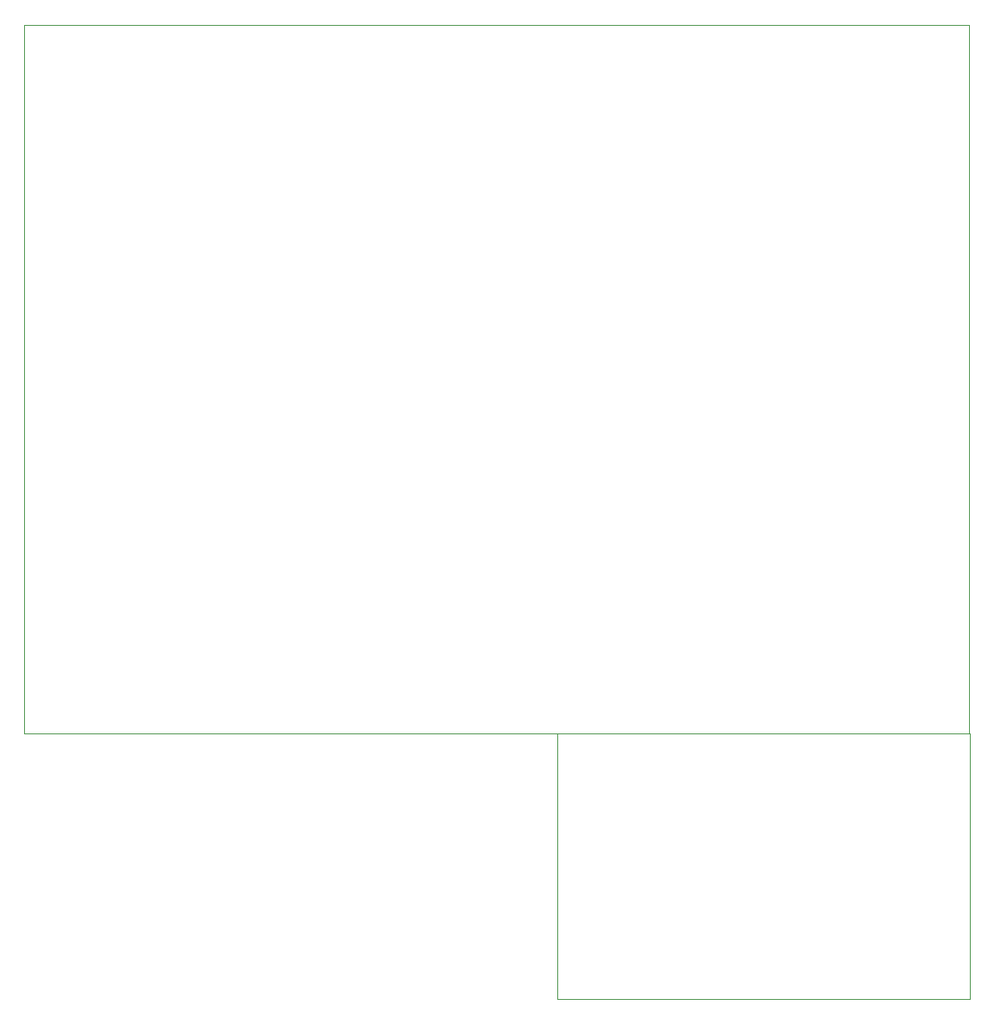
<source format=gm1>
%TF.GenerationSoftware,KiCad,Pcbnew,(6.0.1)*%
%TF.CreationDate,2022-03-08T14:51:08-06:00*%
%TF.ProjectId,arliang2_good2go_2,61726c69-616e-4673-925f-676f6f643267,rev?*%
%TF.SameCoordinates,Original*%
%TF.FileFunction,Profile,NP*%
%FSLAX46Y46*%
G04 Gerber Fmt 4.6, Leading zero omitted, Abs format (unit mm)*
G04 Created by KiCad (PCBNEW (6.0.1)) date 2022-03-08 14:51:08*
%MOMM*%
%LPD*%
G01*
G04 APERTURE LIST*
%TA.AperFunction,Profile*%
%ADD10C,0.100000*%
%TD*%
G04 APERTURE END LIST*
D10*
X151130000Y-116459000D02*
X193167000Y-116459000D01*
X193167000Y-116459000D02*
X193167000Y-143510000D01*
X193167000Y-143510000D02*
X151130000Y-143510000D01*
X151130000Y-143510000D02*
X151130000Y-116459000D01*
X96901000Y-44450000D02*
X193040000Y-44450000D01*
X193040000Y-44450000D02*
X193040000Y-116459000D01*
X193040000Y-116459000D02*
X96901000Y-116459000D01*
X96901000Y-116459000D02*
X96901000Y-44450000D01*
M02*

</source>
